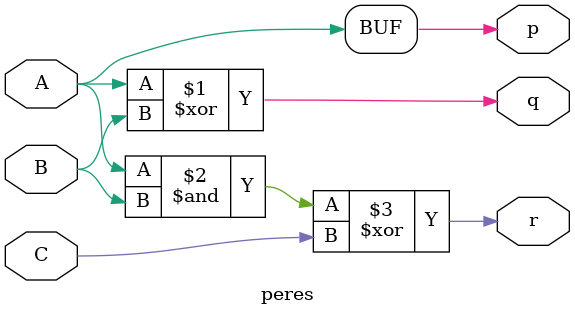
<source format=v>
`timescale 1ns / 1ps

module alu_db(
    A,B,C,D,S0,S1,M1,M2,clk,
    Sum,Carry,Diff,Bout,Product,Storing,
    Mux_out,Decoder_Y,AND,OR,NOT,XOR,XNOR,NAND,NOR
);
input A,B,C,D,S0,S1,clk;
input [1:0]M1,M2;
output Sum,Carry,Diff,Bout,Storing,Mux_out,AND,OR,NOT,NAND,NOR,XOR,XNOR;
output [3:0]Product;
output [3:0]Decoder_Y;

Full_adder x1(A,B,C,Sum,Carry);
Multiplexer4to1 x2(A,B,C,D,S1,S0,Mux_out);
Multiplier2bit x3(M1,M2,Product);
Storing_element x4(clk,D,Storing);
Subtractor x5(A,B,C,Diff,Bout);
Decoder2to4 x6(A,B,Decoder_Y);

// Direct logical operations
assign AND  = A & B;
assign OR   = A | B;
assign NOT  = !A;
assign XOR  = A ^ B;
assign XNOR = !(A ^ B);
assign NOR  = !(A | B);
assign NAND = !(A & B);

endmodule


// ------------------- Supporting Modules -------------------
module Full_adder(A,B,Cin,Sum,Carry);
input A,B,Cin;
output Sum,Carry;
peres p1(A,B,0,p,q,r);
peres p2(q,Cin,r,G,Sum,Carry);
endmodule


module Multiplexer4to1(I0,I1,I2,I3,S1,S0,OUT);
input I0,I1,I2,I3,S0,S1;
output OUT;
MF m1(S0,I1,I0,a,G1,b);
MF m2(S0,I3,I2,c,G2,d);
MF m3(S1,d,b,e,G3,OUT);
endmodule

module Multiplier2bit(
    input [1:0] M1,M2,
    output [3:0] P
    );
peres o1(M1[0],M2[0],0,p1,q1,pp1);
peres o2(M1[0],M2[1],0,p2,q2,pp2);
peres o3(M1[1],M2[0],0,p3,q3,pp3);
peres o4(M1[1],M2[1],0,p4,q4,pp4);
assign P[0]=pp1;
Half_adder_db o5(pp2,pp3,P[1],c);
Half_adder_db o6(c,pp4,P[2],P[3]);
endmodule

module Half_adder_db(
    input A,B,
    output S,Cout
    );
Toffoli t1(A,B,0,p,q,Cout);
cnot t2(p,q,c,S);
endmodule

module Storing_element(
    input clkin,D,
    output OUT
    );
fredkin f1(clkin,D,f,P,Q,OUT);
assign f=OUT;
endmodule

module fredkin(A,B,C,p,q,r);
input A,B,C;
output p,q,r;
assign p=A;
assign q=(!A&B)^(A&C);
assign r=(A&B)^(!A&C);
endmodule

module Subtractor(A,B,Bin,diff,Bout);
    input A,B,Bin;
    output diff,Bout; 
DKG d1(1,A,B,Bin,p,q,Bout,diff);
endmodule

module DKG(A,B,C,D,P,Q,R,S);
input A,B,C,D;
output P,Q,R,S;
assign P=B;
assign Q=A^C;
assign R=((A^B)&(C^D))^(C&D);
assign S=B^C^D;
endmodule

module Decoder2to4(
    input I0,I1,
    output [3:0]Y
    );
peres h1(I1,I0,0,g1,p1,p2);
TR h2(I1,I0,0,g2,t1,t2);
cnot h3(p2,0,c1,Y[3]);
cnot h4(!p1,c1,g3,Y[0]);
cnot h5(t2,t1,Y[2],Y[1]);
endmodule

module cnot(A,B,p,q);
input A,B;
output p,q;
assign p=A;
assign q=A^B;
endmodule

module TR(A,B,C,p,q,r);
input A,B,C;
output p,q,r;
assign p=A;
assign q=A^B;
assign r=(A&!B)^C;
endmodule

module MF(S,B,A,O,G0,Y);
input S,A,B;
output O,G0,Y;
assign O=S;
assign G0=(!S&B)|(S&A);
assign Y=(!S&A)|(S&B);
endmodule

module FG(A,B,O,Y);
input A,B;
output O,Y;
assign O=A;
assign Y=A^B;
endmodule

module Toffoli(A,B,C,p,q,r);
input A,B,C;
output p,q,r;
assign p=A;
assign q=B;
assign r=(A&B)^C;
endmodule

module peres(A,B,C,p,q,r);
input A,B,C;
output p,q,r;
assign p=A;
assign q=A^B;
assign r=(A&B)^C;
endmodule

</source>
